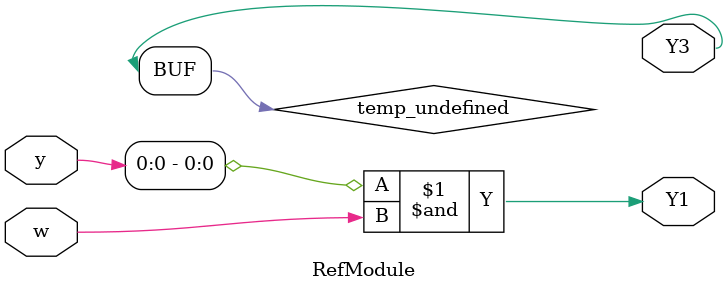
<source format=sv>

module RefModule (
  input [5:0] y,
  input w,
  output Y1,
  output Y3
);

  assign Y1 = y[0]&w;
  assign Y3 = temp_undefined;

endmodule


</source>
